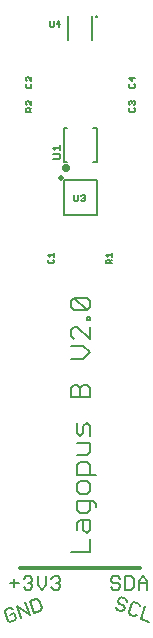
<source format=gbr>
G04 EAGLE Gerber RS-274X export*
G75*
%MOMM*%
%FSLAX34Y34*%
%LPD*%
%INSilkscreen Top*%
%IPPOS*%
%AMOC8*
5,1,8,0,0,1.08239X$1,22.5*%
G01*
%ADD10C,0.304800*%
%ADD11C,0.152400*%
%ADD12C,0.127000*%
%ADD13C,0.508000*%
%ADD14C,0.203200*%
%ADD15C,0.406400*%


D10*
X-50800Y0D02*
X50800Y0D01*
D11*
X-52106Y-12695D02*
X-59563Y-12695D01*
X-55835Y-8967D02*
X-55835Y-16424D01*
X-47869Y-8967D02*
X-46005Y-7102D01*
X-42276Y-7102D01*
X-40412Y-8967D01*
X-40412Y-10831D01*
X-42276Y-12695D01*
X-44141Y-12695D01*
X-42276Y-12695D02*
X-40412Y-14560D01*
X-40412Y-16424D01*
X-42276Y-18288D01*
X-46005Y-18288D01*
X-47869Y-16424D01*
X-36175Y-14560D02*
X-36175Y-7102D01*
X-36175Y-14560D02*
X-32447Y-18288D01*
X-28718Y-14560D01*
X-28718Y-7102D01*
X-24481Y-8967D02*
X-22617Y-7102D01*
X-18888Y-7102D01*
X-17024Y-8967D01*
X-17024Y-10831D01*
X-18888Y-12695D01*
X-20753Y-12695D01*
X-18888Y-12695D02*
X-17024Y-14560D01*
X-17024Y-16424D01*
X-18888Y-18288D01*
X-22617Y-18288D01*
X-24481Y-16424D01*
X-57053Y-34956D02*
X-59443Y-33842D01*
X-62947Y-35117D01*
X-64061Y-37506D01*
X-61510Y-44514D01*
X-59121Y-45628D01*
X-55617Y-44353D01*
X-54503Y-41963D01*
X-55778Y-38459D01*
X-59282Y-39735D01*
X-49884Y-42266D02*
X-53710Y-31755D01*
X-42877Y-39715D01*
X-46702Y-29204D01*
X-42721Y-27755D02*
X-38895Y-38266D01*
X-33640Y-36353D01*
X-32525Y-33964D01*
X-35076Y-26957D01*
X-37465Y-25842D01*
X-42721Y-27755D01*
X31598Y-7102D02*
X33462Y-8967D01*
X31598Y-7102D02*
X27869Y-7102D01*
X26005Y-8967D01*
X26005Y-10831D01*
X27869Y-12695D01*
X31598Y-12695D01*
X33462Y-14560D01*
X33462Y-16424D01*
X31598Y-18288D01*
X27869Y-18288D01*
X26005Y-16424D01*
X37699Y-18288D02*
X37699Y-7102D01*
X37699Y-18288D02*
X43292Y-18288D01*
X45156Y-16424D01*
X45156Y-8967D01*
X43292Y-7102D01*
X37699Y-7102D01*
X49393Y-10831D02*
X49393Y-18288D01*
X49393Y-10831D02*
X53121Y-7102D01*
X56850Y-10831D01*
X56850Y-18288D01*
X56850Y-12695D02*
X49393Y-12695D01*
X38420Y-26190D02*
X39534Y-28579D01*
X38420Y-26190D02*
X34916Y-24914D01*
X32527Y-26029D01*
X31889Y-27780D01*
X33003Y-30170D01*
X36507Y-31445D01*
X37621Y-33835D01*
X36983Y-35586D01*
X34594Y-36701D01*
X31090Y-35425D01*
X29976Y-33036D01*
X49408Y-30189D02*
X50523Y-32579D01*
X49408Y-30189D02*
X45905Y-28914D01*
X43515Y-30028D01*
X40965Y-37036D01*
X42079Y-39425D01*
X45583Y-40700D01*
X47972Y-39586D01*
X51316Y-42787D02*
X55142Y-32276D01*
X51316Y-42787D02*
X58323Y-45337D01*
X8128Y13462D02*
X-8142Y13462D01*
X8128Y13462D02*
X8128Y24309D01*
X-2719Y32545D02*
X-2719Y37969D01*
X-7Y40680D01*
X8128Y40680D01*
X8128Y32545D01*
X5416Y29834D01*
X2705Y32545D01*
X2705Y40680D01*
X13551Y51628D02*
X13551Y54340D01*
X10840Y57052D01*
X-2719Y57052D01*
X-2719Y48917D01*
X-7Y46205D01*
X5416Y46205D01*
X8128Y48917D01*
X8128Y57052D01*
X8128Y65288D02*
X8128Y70712D01*
X5416Y73423D01*
X-7Y73423D01*
X-2719Y70712D01*
X-2719Y65288D01*
X-7Y62577D01*
X5416Y62577D01*
X8128Y65288D01*
X13551Y78948D02*
X-2719Y78948D01*
X-2719Y87083D01*
X-7Y89795D01*
X5416Y89795D01*
X8128Y87083D01*
X8128Y78948D01*
X5416Y95320D02*
X-2719Y95320D01*
X5416Y95320D02*
X8128Y98031D01*
X8128Y106166D01*
X-2719Y106166D01*
X8128Y111691D02*
X8128Y119826D01*
X5416Y122538D01*
X2705Y119826D01*
X2705Y114403D01*
X-7Y111691D01*
X-2719Y114403D01*
X-2719Y122538D01*
X-8142Y144435D02*
X8128Y144435D01*
X-8142Y144435D02*
X-8142Y152569D01*
X-5430Y155281D01*
X-2719Y155281D01*
X-7Y152569D01*
X2705Y155281D01*
X5416Y155281D01*
X8128Y152569D01*
X8128Y144435D01*
X-7Y144435D02*
X-7Y152569D01*
X2705Y177178D02*
X-8142Y177178D01*
X2705Y177178D02*
X8128Y182601D01*
X2705Y188024D01*
X-8142Y188024D01*
X8128Y193549D02*
X8128Y204396D01*
X8128Y193549D02*
X-2719Y204396D01*
X-5430Y204396D01*
X-8142Y201684D01*
X-8142Y196261D01*
X-5430Y193549D01*
X5416Y209921D02*
X8128Y209921D01*
X5416Y209921D02*
X5416Y212632D01*
X8128Y212632D01*
X8128Y209921D01*
X5416Y218107D02*
X-5430Y218107D01*
X-8142Y220818D01*
X-8142Y226241D01*
X-5430Y228953D01*
X5416Y228953D01*
X8128Y226241D01*
X8128Y220818D01*
X5416Y218107D01*
X-5430Y228953D01*
D12*
X-27055Y260327D02*
X-26250Y261132D01*
X-27055Y260327D02*
X-27055Y258717D01*
X-26250Y257912D01*
X-23030Y257912D01*
X-22225Y258717D01*
X-22225Y260327D01*
X-23030Y261132D01*
X-25445Y263525D02*
X-27055Y265135D01*
X-22225Y265135D01*
X-22225Y263525D02*
X-22225Y266745D01*
X22221Y257912D02*
X27051Y257912D01*
X22221Y257912D02*
X22221Y260327D01*
X23026Y261132D01*
X24636Y261132D01*
X25441Y260327D01*
X25441Y257912D01*
X25441Y259522D02*
X27051Y261132D01*
X23831Y263525D02*
X22221Y265135D01*
X27051Y265135D01*
X27051Y263525D02*
X27051Y266745D01*
X-13907Y299276D02*
X-13907Y328105D01*
X13907Y328105D01*
X13907Y299276D01*
X-13907Y299276D01*
D13*
X-16193Y329883D03*
D12*
X-4978Y315472D02*
X-4978Y311447D01*
X-4173Y310642D01*
X-2563Y310642D01*
X-1758Y311447D01*
X-1758Y315472D01*
X635Y314667D02*
X1440Y315472D01*
X3050Y315472D01*
X3855Y314667D01*
X3855Y313862D01*
X3050Y313057D01*
X2245Y313057D01*
X3050Y313057D02*
X3855Y312252D01*
X3855Y311447D01*
X3050Y310642D01*
X1440Y310642D01*
X635Y311447D01*
X-46105Y408917D02*
X-45300Y409722D01*
X-46105Y408917D02*
X-46105Y407307D01*
X-45300Y406502D01*
X-42080Y406502D01*
X-41275Y407307D01*
X-41275Y408917D01*
X-42080Y409722D01*
X-41275Y412115D02*
X-41275Y415335D01*
X-41275Y412115D02*
X-44495Y415335D01*
X-45300Y415335D01*
X-46105Y414530D01*
X-46105Y412920D01*
X-45300Y412115D01*
X41271Y388597D02*
X42076Y389402D01*
X41271Y388597D02*
X41271Y386987D01*
X42076Y386182D01*
X45296Y386182D01*
X46101Y386987D01*
X46101Y388597D01*
X45296Y389402D01*
X42076Y391795D02*
X41271Y392600D01*
X41271Y394210D01*
X42076Y395015D01*
X42881Y395015D01*
X43686Y394210D01*
X43686Y393405D01*
X43686Y394210D02*
X44491Y395015D01*
X45296Y395015D01*
X46101Y394210D01*
X46101Y392600D01*
X45296Y391795D01*
D14*
X13350Y466620D02*
X13352Y466664D01*
X13358Y466708D01*
X13368Y466751D01*
X13381Y466793D01*
X13398Y466834D01*
X13419Y466873D01*
X13443Y466910D01*
X13470Y466945D01*
X13500Y466977D01*
X13533Y467007D01*
X13569Y467033D01*
X13606Y467057D01*
X13646Y467076D01*
X13687Y467093D01*
X13730Y467105D01*
X13773Y467114D01*
X13817Y467119D01*
X13861Y467120D01*
X13905Y467117D01*
X13949Y467110D01*
X13992Y467099D01*
X14034Y467085D01*
X14074Y467067D01*
X14113Y467045D01*
X14149Y467021D01*
X14183Y466993D01*
X14215Y466962D01*
X14244Y466928D01*
X14270Y466892D01*
X14292Y466854D01*
X14311Y466814D01*
X14326Y466772D01*
X14338Y466730D01*
X14346Y466686D01*
X14350Y466642D01*
X14350Y466598D01*
X14346Y466554D01*
X14338Y466510D01*
X14326Y466468D01*
X14311Y466426D01*
X14292Y466386D01*
X14270Y466348D01*
X14244Y466312D01*
X14215Y466278D01*
X14183Y466247D01*
X14149Y466219D01*
X14113Y466195D01*
X14074Y466173D01*
X14034Y466155D01*
X13992Y466141D01*
X13949Y466130D01*
X13905Y466123D01*
X13861Y466120D01*
X13817Y466121D01*
X13773Y466126D01*
X13730Y466135D01*
X13687Y466147D01*
X13646Y466164D01*
X13606Y466183D01*
X13569Y466207D01*
X13533Y466233D01*
X13500Y466263D01*
X13470Y466295D01*
X13443Y466330D01*
X13419Y466367D01*
X13398Y466406D01*
X13381Y466447D01*
X13368Y466489D01*
X13358Y466532D01*
X13352Y466576D01*
X13350Y466620D01*
X10000Y467200D02*
X10000Y447200D01*
X-10000Y447200D02*
X-10000Y467200D01*
D12*
X-25598Y462735D02*
X-25598Y458710D01*
X-24793Y457905D01*
X-23183Y457905D01*
X-22378Y458710D01*
X-22378Y462735D01*
X-17570Y462735D02*
X-17570Y457905D01*
X-19985Y460320D02*
X-17570Y462735D01*
X-16765Y460320D02*
X-19985Y460320D01*
X-14000Y344140D02*
X-11000Y344140D01*
X-14000Y344140D02*
X-14000Y372140D01*
X-11000Y372140D01*
X11000Y344140D02*
X14000Y344140D01*
X14000Y372140D01*
X11000Y372140D01*
D15*
X-13618Y339140D02*
X-13616Y339206D01*
X-13610Y339272D01*
X-13600Y339338D01*
X-13587Y339403D01*
X-13569Y339467D01*
X-13548Y339529D01*
X-13523Y339591D01*
X-13495Y339651D01*
X-13463Y339709D01*
X-13427Y339765D01*
X-13389Y339818D01*
X-13347Y339870D01*
X-13302Y339919D01*
X-13255Y339965D01*
X-13204Y340008D01*
X-13152Y340048D01*
X-13097Y340085D01*
X-13040Y340119D01*
X-12981Y340149D01*
X-12920Y340176D01*
X-12858Y340199D01*
X-12795Y340218D01*
X-12730Y340234D01*
X-12665Y340246D01*
X-12599Y340254D01*
X-12533Y340258D01*
X-12467Y340258D01*
X-12401Y340254D01*
X-12335Y340246D01*
X-12270Y340234D01*
X-12205Y340218D01*
X-12142Y340199D01*
X-12080Y340176D01*
X-12019Y340149D01*
X-11960Y340119D01*
X-11903Y340085D01*
X-11848Y340048D01*
X-11796Y340008D01*
X-11745Y339965D01*
X-11698Y339919D01*
X-11653Y339870D01*
X-11611Y339818D01*
X-11573Y339765D01*
X-11537Y339709D01*
X-11505Y339651D01*
X-11477Y339591D01*
X-11452Y339529D01*
X-11431Y339467D01*
X-11413Y339403D01*
X-11400Y339338D01*
X-11390Y339272D01*
X-11384Y339206D01*
X-11382Y339140D01*
X-11384Y339074D01*
X-11390Y339008D01*
X-11400Y338942D01*
X-11413Y338877D01*
X-11431Y338813D01*
X-11452Y338751D01*
X-11477Y338689D01*
X-11505Y338629D01*
X-11537Y338571D01*
X-11573Y338515D01*
X-11611Y338462D01*
X-11653Y338410D01*
X-11698Y338361D01*
X-11745Y338315D01*
X-11796Y338272D01*
X-11848Y338232D01*
X-11903Y338195D01*
X-11960Y338161D01*
X-12019Y338131D01*
X-12080Y338104D01*
X-12142Y338081D01*
X-12205Y338062D01*
X-12270Y338046D01*
X-12335Y338034D01*
X-12401Y338026D01*
X-12467Y338022D01*
X-12533Y338022D01*
X-12599Y338026D01*
X-12665Y338034D01*
X-12730Y338046D01*
X-12795Y338062D01*
X-12858Y338081D01*
X-12920Y338104D01*
X-12981Y338131D01*
X-13040Y338161D01*
X-13097Y338195D01*
X-13152Y338232D01*
X-13204Y338272D01*
X-13255Y338315D01*
X-13302Y338361D01*
X-13347Y338410D01*
X-13389Y338462D01*
X-13427Y338515D01*
X-13463Y338571D01*
X-13495Y338629D01*
X-13523Y338689D01*
X-13548Y338751D01*
X-13569Y338813D01*
X-13587Y338877D01*
X-13600Y338942D01*
X-13610Y339008D01*
X-13616Y339074D01*
X-13618Y339140D01*
D11*
X-17964Y346252D02*
X-23472Y346252D01*
X-17964Y346252D02*
X-16862Y347354D01*
X-16862Y349557D01*
X-17964Y350658D01*
X-23472Y350658D01*
X-21268Y353736D02*
X-23472Y355939D01*
X-16862Y355939D01*
X-16862Y353736D02*
X-16862Y358143D01*
D12*
X41271Y408917D02*
X42076Y409722D01*
X41271Y408917D02*
X41271Y407307D01*
X42076Y406502D01*
X45296Y406502D01*
X46101Y407307D01*
X46101Y408917D01*
X45296Y409722D01*
X46101Y414530D02*
X41271Y414530D01*
X43686Y412115D01*
X43686Y415335D01*
X-41275Y386182D02*
X-46105Y386182D01*
X-46105Y388597D01*
X-45300Y389402D01*
X-43690Y389402D01*
X-42885Y388597D01*
X-42885Y386182D01*
X-42885Y387792D02*
X-41275Y389402D01*
X-41275Y391795D02*
X-41275Y395015D01*
X-41275Y391795D02*
X-44495Y395015D01*
X-45300Y395015D01*
X-46105Y394210D01*
X-46105Y392600D01*
X-45300Y391795D01*
M02*

</source>
